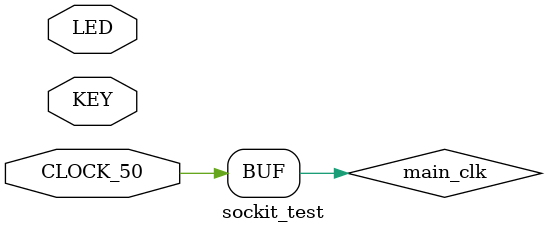
<source format=v>
module sockit_test (
	input CLOCK_50,
	input [3:0] KEY,
	input [3:0] LED
);

wire [3:0] key_os;
wire [3:0] delay;
wire main_clk = CLOCK_50;

oneshot os (
	.clk (main_clk),
	.edge_sig (KEY),
	.level_sig (key_os)
);

delay_ctrl dc (
    .clk (main_clk),
    .faster (key_os[1]),
    .slower (key_os[0]),
    .delay (delay),
    .reset (key_os[3])
);

blinker b (
    .clk (main_clk),
    .delay (delay),
    .led (LED),
    .reset (key_os[3]),
    .pause (key_os[2])
);

endmodule

</source>
